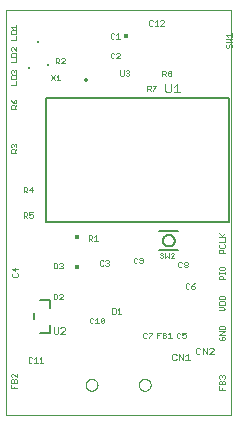
<source format=gto>
G75*
%MOIN*%
%OFA0B0*%
%FSLAX25Y25*%
%IPPOS*%
%LPD*%
%AMOC8*
5,1,8,0,0,1.08239X$1,22.5*
%
%ADD10C,0.00000*%
%ADD11C,0.00200*%
%ADD12C,0.00500*%
%ADD13C,0.00300*%
%ADD14C,0.01378*%
%ADD15R,0.00984X0.00984*%
%ADD16R,0.01575X0.01575*%
D10*
X0035145Y0060631D02*
X0035145Y0195631D01*
X0110145Y0195631D01*
X0110145Y0060631D01*
X0035145Y0060631D01*
X0061817Y0070631D02*
X0061819Y0070719D01*
X0061825Y0070807D01*
X0061835Y0070895D01*
X0061849Y0070983D01*
X0061866Y0071069D01*
X0061888Y0071155D01*
X0061913Y0071239D01*
X0061943Y0071323D01*
X0061975Y0071405D01*
X0062012Y0071485D01*
X0062052Y0071564D01*
X0062096Y0071641D01*
X0062143Y0071716D01*
X0062193Y0071788D01*
X0062247Y0071859D01*
X0062303Y0071926D01*
X0062363Y0071992D01*
X0062425Y0072054D01*
X0062491Y0072114D01*
X0062558Y0072170D01*
X0062629Y0072224D01*
X0062701Y0072274D01*
X0062776Y0072321D01*
X0062853Y0072365D01*
X0062932Y0072405D01*
X0063012Y0072442D01*
X0063094Y0072474D01*
X0063178Y0072504D01*
X0063262Y0072529D01*
X0063348Y0072551D01*
X0063434Y0072568D01*
X0063522Y0072582D01*
X0063610Y0072592D01*
X0063698Y0072598D01*
X0063786Y0072600D01*
X0063874Y0072598D01*
X0063962Y0072592D01*
X0064050Y0072582D01*
X0064138Y0072568D01*
X0064224Y0072551D01*
X0064310Y0072529D01*
X0064394Y0072504D01*
X0064478Y0072474D01*
X0064560Y0072442D01*
X0064640Y0072405D01*
X0064719Y0072365D01*
X0064796Y0072321D01*
X0064871Y0072274D01*
X0064943Y0072224D01*
X0065014Y0072170D01*
X0065081Y0072114D01*
X0065147Y0072054D01*
X0065209Y0071992D01*
X0065269Y0071926D01*
X0065325Y0071859D01*
X0065379Y0071788D01*
X0065429Y0071716D01*
X0065476Y0071641D01*
X0065520Y0071564D01*
X0065560Y0071485D01*
X0065597Y0071405D01*
X0065629Y0071323D01*
X0065659Y0071239D01*
X0065684Y0071155D01*
X0065706Y0071069D01*
X0065723Y0070983D01*
X0065737Y0070895D01*
X0065747Y0070807D01*
X0065753Y0070719D01*
X0065755Y0070631D01*
X0065753Y0070543D01*
X0065747Y0070455D01*
X0065737Y0070367D01*
X0065723Y0070279D01*
X0065706Y0070193D01*
X0065684Y0070107D01*
X0065659Y0070023D01*
X0065629Y0069939D01*
X0065597Y0069857D01*
X0065560Y0069777D01*
X0065520Y0069698D01*
X0065476Y0069621D01*
X0065429Y0069546D01*
X0065379Y0069474D01*
X0065325Y0069403D01*
X0065269Y0069336D01*
X0065209Y0069270D01*
X0065147Y0069208D01*
X0065081Y0069148D01*
X0065014Y0069092D01*
X0064943Y0069038D01*
X0064871Y0068988D01*
X0064796Y0068941D01*
X0064719Y0068897D01*
X0064640Y0068857D01*
X0064560Y0068820D01*
X0064478Y0068788D01*
X0064394Y0068758D01*
X0064310Y0068733D01*
X0064224Y0068711D01*
X0064138Y0068694D01*
X0064050Y0068680D01*
X0063962Y0068670D01*
X0063874Y0068664D01*
X0063786Y0068662D01*
X0063698Y0068664D01*
X0063610Y0068670D01*
X0063522Y0068680D01*
X0063434Y0068694D01*
X0063348Y0068711D01*
X0063262Y0068733D01*
X0063178Y0068758D01*
X0063094Y0068788D01*
X0063012Y0068820D01*
X0062932Y0068857D01*
X0062853Y0068897D01*
X0062776Y0068941D01*
X0062701Y0068988D01*
X0062629Y0069038D01*
X0062558Y0069092D01*
X0062491Y0069148D01*
X0062425Y0069208D01*
X0062363Y0069270D01*
X0062303Y0069336D01*
X0062247Y0069403D01*
X0062193Y0069474D01*
X0062143Y0069546D01*
X0062096Y0069621D01*
X0062052Y0069698D01*
X0062012Y0069777D01*
X0061975Y0069857D01*
X0061943Y0069939D01*
X0061913Y0070023D01*
X0061888Y0070107D01*
X0061866Y0070193D01*
X0061849Y0070279D01*
X0061835Y0070367D01*
X0061825Y0070455D01*
X0061819Y0070543D01*
X0061817Y0070631D01*
X0079534Y0070631D02*
X0079536Y0070719D01*
X0079542Y0070807D01*
X0079552Y0070895D01*
X0079566Y0070983D01*
X0079583Y0071069D01*
X0079605Y0071155D01*
X0079630Y0071239D01*
X0079660Y0071323D01*
X0079692Y0071405D01*
X0079729Y0071485D01*
X0079769Y0071564D01*
X0079813Y0071641D01*
X0079860Y0071716D01*
X0079910Y0071788D01*
X0079964Y0071859D01*
X0080020Y0071926D01*
X0080080Y0071992D01*
X0080142Y0072054D01*
X0080208Y0072114D01*
X0080275Y0072170D01*
X0080346Y0072224D01*
X0080418Y0072274D01*
X0080493Y0072321D01*
X0080570Y0072365D01*
X0080649Y0072405D01*
X0080729Y0072442D01*
X0080811Y0072474D01*
X0080895Y0072504D01*
X0080979Y0072529D01*
X0081065Y0072551D01*
X0081151Y0072568D01*
X0081239Y0072582D01*
X0081327Y0072592D01*
X0081415Y0072598D01*
X0081503Y0072600D01*
X0081591Y0072598D01*
X0081679Y0072592D01*
X0081767Y0072582D01*
X0081855Y0072568D01*
X0081941Y0072551D01*
X0082027Y0072529D01*
X0082111Y0072504D01*
X0082195Y0072474D01*
X0082277Y0072442D01*
X0082357Y0072405D01*
X0082436Y0072365D01*
X0082513Y0072321D01*
X0082588Y0072274D01*
X0082660Y0072224D01*
X0082731Y0072170D01*
X0082798Y0072114D01*
X0082864Y0072054D01*
X0082926Y0071992D01*
X0082986Y0071926D01*
X0083042Y0071859D01*
X0083096Y0071788D01*
X0083146Y0071716D01*
X0083193Y0071641D01*
X0083237Y0071564D01*
X0083277Y0071485D01*
X0083314Y0071405D01*
X0083346Y0071323D01*
X0083376Y0071239D01*
X0083401Y0071155D01*
X0083423Y0071069D01*
X0083440Y0070983D01*
X0083454Y0070895D01*
X0083464Y0070807D01*
X0083470Y0070719D01*
X0083472Y0070631D01*
X0083470Y0070543D01*
X0083464Y0070455D01*
X0083454Y0070367D01*
X0083440Y0070279D01*
X0083423Y0070193D01*
X0083401Y0070107D01*
X0083376Y0070023D01*
X0083346Y0069939D01*
X0083314Y0069857D01*
X0083277Y0069777D01*
X0083237Y0069698D01*
X0083193Y0069621D01*
X0083146Y0069546D01*
X0083096Y0069474D01*
X0083042Y0069403D01*
X0082986Y0069336D01*
X0082926Y0069270D01*
X0082864Y0069208D01*
X0082798Y0069148D01*
X0082731Y0069092D01*
X0082660Y0069038D01*
X0082588Y0068988D01*
X0082513Y0068941D01*
X0082436Y0068897D01*
X0082357Y0068857D01*
X0082277Y0068820D01*
X0082195Y0068788D01*
X0082111Y0068758D01*
X0082027Y0068733D01*
X0081941Y0068711D01*
X0081855Y0068694D01*
X0081767Y0068680D01*
X0081679Y0068670D01*
X0081591Y0068664D01*
X0081503Y0068662D01*
X0081415Y0068664D01*
X0081327Y0068670D01*
X0081239Y0068680D01*
X0081151Y0068694D01*
X0081065Y0068711D01*
X0080979Y0068733D01*
X0080895Y0068758D01*
X0080811Y0068788D01*
X0080729Y0068820D01*
X0080649Y0068857D01*
X0080570Y0068897D01*
X0080493Y0068941D01*
X0080418Y0068988D01*
X0080346Y0069038D01*
X0080275Y0069092D01*
X0080208Y0069148D01*
X0080142Y0069208D01*
X0080080Y0069270D01*
X0080020Y0069336D01*
X0079964Y0069403D01*
X0079910Y0069474D01*
X0079860Y0069546D01*
X0079813Y0069621D01*
X0079769Y0069698D01*
X0079729Y0069777D01*
X0079692Y0069857D01*
X0079660Y0069939D01*
X0079630Y0070023D01*
X0079605Y0070107D01*
X0079583Y0070193D01*
X0079566Y0070279D01*
X0079552Y0070367D01*
X0079542Y0070455D01*
X0079536Y0070543D01*
X0079534Y0070631D01*
D11*
X0081237Y0086231D02*
X0081837Y0086231D01*
X0082137Y0086531D01*
X0082778Y0086531D02*
X0082778Y0086231D01*
X0082778Y0086531D02*
X0083979Y0087732D01*
X0083979Y0088032D01*
X0082778Y0088032D01*
X0082137Y0087732D02*
X0081837Y0088032D01*
X0081237Y0088032D01*
X0080936Y0087732D01*
X0080936Y0086531D01*
X0081237Y0086231D01*
X0085657Y0086231D02*
X0085657Y0088032D01*
X0086858Y0088032D01*
X0087499Y0088032D02*
X0088400Y0088032D01*
X0088700Y0087732D01*
X0088700Y0087432D01*
X0088400Y0087132D01*
X0087499Y0087132D01*
X0087499Y0088032D02*
X0087499Y0086231D01*
X0088400Y0086231D01*
X0088700Y0086531D01*
X0088700Y0086831D01*
X0088400Y0087132D01*
X0089341Y0087432D02*
X0089941Y0088032D01*
X0089941Y0086231D01*
X0089341Y0086231D02*
X0090542Y0086231D01*
X0092186Y0086531D02*
X0092186Y0087732D01*
X0092487Y0088032D01*
X0093087Y0088032D01*
X0093387Y0087732D01*
X0094028Y0088032D02*
X0094028Y0087132D01*
X0094629Y0087432D01*
X0094929Y0087432D01*
X0095229Y0087132D01*
X0095229Y0086531D01*
X0094929Y0086231D01*
X0094328Y0086231D01*
X0094028Y0086531D01*
X0093387Y0086531D02*
X0093087Y0086231D01*
X0092487Y0086231D01*
X0092186Y0086531D01*
X0094028Y0088032D02*
X0095229Y0088032D01*
X0095807Y0080962D02*
X0095073Y0080228D01*
X0095807Y0080962D02*
X0095807Y0078760D01*
X0095073Y0078760D02*
X0096541Y0078760D01*
X0094331Y0078760D02*
X0094331Y0080962D01*
X0092863Y0080962D02*
X0092863Y0078760D01*
X0092121Y0079127D02*
X0091754Y0078760D01*
X0091020Y0078760D01*
X0090653Y0079127D01*
X0090653Y0080595D01*
X0091020Y0080962D01*
X0091754Y0080962D01*
X0092121Y0080595D01*
X0092863Y0080962D02*
X0094331Y0078760D01*
X0086258Y0087132D02*
X0085657Y0087132D01*
X0095457Y0102631D02*
X0096058Y0102631D01*
X0096358Y0102931D01*
X0096999Y0102931D02*
X0097299Y0102631D01*
X0097899Y0102631D01*
X0098200Y0102931D01*
X0098200Y0103231D01*
X0097899Y0103532D01*
X0096999Y0103532D01*
X0096999Y0102931D01*
X0096999Y0103532D02*
X0097599Y0104132D01*
X0098200Y0104432D01*
X0096358Y0104132D02*
X0096058Y0104432D01*
X0095457Y0104432D01*
X0095157Y0104132D01*
X0095157Y0102931D01*
X0095457Y0102631D01*
X0095487Y0109793D02*
X0094886Y0109793D01*
X0094586Y0110094D01*
X0094586Y0110394D01*
X0094886Y0110694D01*
X0095487Y0110694D01*
X0095787Y0110394D01*
X0095787Y0110094D01*
X0095487Y0109793D01*
X0095487Y0110694D02*
X0095787Y0110994D01*
X0095787Y0111295D01*
X0095487Y0111595D01*
X0094886Y0111595D01*
X0094586Y0111295D01*
X0094586Y0110994D01*
X0094886Y0110694D01*
X0093946Y0110094D02*
X0093645Y0109793D01*
X0093045Y0109793D01*
X0092745Y0110094D01*
X0092745Y0111295D01*
X0093045Y0111595D01*
X0093645Y0111595D01*
X0093946Y0111295D01*
X0091379Y0112918D02*
X0090178Y0112918D01*
X0091379Y0114119D01*
X0091379Y0114420D01*
X0091078Y0114720D01*
X0090478Y0114720D01*
X0090178Y0114420D01*
X0089537Y0114720D02*
X0089537Y0112918D01*
X0088937Y0113519D01*
X0088336Y0112918D01*
X0088336Y0114720D01*
X0087696Y0114420D02*
X0087395Y0114720D01*
X0086795Y0114720D01*
X0086495Y0114420D01*
X0086495Y0114119D01*
X0086795Y0113819D01*
X0087395Y0113819D01*
X0087696Y0113519D01*
X0087696Y0113219D01*
X0087395Y0112918D01*
X0086795Y0112918D01*
X0086495Y0113219D01*
X0080854Y0112732D02*
X0080554Y0113032D01*
X0079953Y0113032D01*
X0079653Y0112732D01*
X0079653Y0112432D01*
X0079953Y0112132D01*
X0080854Y0112132D01*
X0080854Y0112732D02*
X0080854Y0111531D01*
X0080554Y0111231D01*
X0079953Y0111231D01*
X0079653Y0111531D01*
X0079012Y0111531D02*
X0078712Y0111231D01*
X0078112Y0111231D01*
X0077811Y0111531D01*
X0077811Y0112732D01*
X0078112Y0113032D01*
X0078712Y0113032D01*
X0079012Y0112732D01*
X0069579Y0111820D02*
X0069579Y0111519D01*
X0069279Y0111219D01*
X0069579Y0110919D01*
X0069579Y0110619D01*
X0069279Y0110318D01*
X0068678Y0110318D01*
X0068378Y0110619D01*
X0067737Y0110619D02*
X0067437Y0110318D01*
X0066837Y0110318D01*
X0066536Y0110619D01*
X0066536Y0111820D01*
X0066837Y0112120D01*
X0067437Y0112120D01*
X0067737Y0111820D01*
X0068378Y0111820D02*
X0068678Y0112120D01*
X0069279Y0112120D01*
X0069579Y0111820D01*
X0069279Y0111219D02*
X0068979Y0111219D01*
X0065854Y0118731D02*
X0064653Y0118731D01*
X0065254Y0118731D02*
X0065254Y0120532D01*
X0064653Y0119932D01*
X0064012Y0120232D02*
X0064012Y0119632D01*
X0063712Y0119331D01*
X0062811Y0119331D01*
X0062811Y0118731D02*
X0062811Y0120532D01*
X0063712Y0120532D01*
X0064012Y0120232D01*
X0063412Y0119331D02*
X0064012Y0118731D01*
X0054176Y0110951D02*
X0054176Y0110650D01*
X0053876Y0110350D01*
X0054176Y0110050D01*
X0054176Y0109750D01*
X0053876Y0109449D01*
X0053275Y0109449D01*
X0052975Y0109750D01*
X0052334Y0109750D02*
X0052334Y0110951D01*
X0052034Y0111251D01*
X0051133Y0111251D01*
X0051133Y0109449D01*
X0052034Y0109449D01*
X0052334Y0109750D01*
X0052975Y0110951D02*
X0053275Y0111251D01*
X0053876Y0111251D01*
X0054176Y0110951D01*
X0053876Y0110350D02*
X0053575Y0110350D01*
X0053275Y0100938D02*
X0052975Y0100638D01*
X0053275Y0100938D02*
X0053876Y0100938D01*
X0054176Y0100638D01*
X0054176Y0100338D01*
X0052975Y0099137D01*
X0054176Y0099137D01*
X0052334Y0099437D02*
X0052334Y0100638D01*
X0052034Y0100938D01*
X0051133Y0100938D01*
X0051133Y0099137D01*
X0052034Y0099137D01*
X0052334Y0099437D01*
X0052650Y0089808D02*
X0052650Y0087973D01*
X0052283Y0087606D01*
X0051549Y0087606D01*
X0051182Y0087973D01*
X0051182Y0089808D01*
X0053392Y0089441D02*
X0053759Y0089808D01*
X0054493Y0089808D01*
X0054860Y0089441D01*
X0054860Y0089074D01*
X0053392Y0087606D01*
X0054860Y0087606D01*
X0047642Y0078006D02*
X0046441Y0078006D01*
X0047041Y0078006D02*
X0047041Y0079807D01*
X0046441Y0079207D01*
X0045800Y0078006D02*
X0044599Y0078006D01*
X0045199Y0078006D02*
X0045199Y0079807D01*
X0044599Y0079207D01*
X0043958Y0079507D02*
X0043658Y0079807D01*
X0043058Y0079807D01*
X0042757Y0079507D01*
X0042757Y0078306D01*
X0043058Y0078006D01*
X0043658Y0078006D01*
X0043958Y0078306D01*
X0038857Y0074365D02*
X0038857Y0073164D01*
X0037656Y0074365D01*
X0037356Y0074365D01*
X0037056Y0074065D01*
X0037056Y0073464D01*
X0037356Y0073164D01*
X0037356Y0072523D02*
X0037656Y0072523D01*
X0037956Y0072223D01*
X0037956Y0071322D01*
X0037056Y0071322D02*
X0038857Y0071322D01*
X0038857Y0072223D01*
X0038557Y0072523D01*
X0038257Y0072523D01*
X0037956Y0072223D01*
X0037356Y0072523D02*
X0037056Y0072223D01*
X0037056Y0071322D01*
X0037056Y0070682D02*
X0037056Y0069481D01*
X0038857Y0069481D01*
X0037956Y0069481D02*
X0037956Y0070081D01*
X0037631Y0106668D02*
X0038832Y0106668D01*
X0039132Y0106969D01*
X0039132Y0107569D01*
X0038832Y0107869D01*
X0038231Y0108510D02*
X0038231Y0109711D01*
X0037331Y0109411D02*
X0038231Y0108510D01*
X0037631Y0107869D02*
X0037331Y0107569D01*
X0037331Y0106969D01*
X0037631Y0106668D01*
X0037331Y0109411D02*
X0039132Y0109411D01*
X0041120Y0126356D02*
X0041120Y0128157D01*
X0042020Y0128157D01*
X0042321Y0127857D01*
X0042321Y0127257D01*
X0042020Y0126956D01*
X0041120Y0126956D01*
X0041720Y0126956D02*
X0042321Y0126356D01*
X0042961Y0126656D02*
X0043261Y0126356D01*
X0043862Y0126356D01*
X0044162Y0126656D01*
X0044162Y0127257D01*
X0043862Y0127557D01*
X0043562Y0127557D01*
X0042961Y0127257D01*
X0042961Y0128157D01*
X0044162Y0128157D01*
X0043862Y0134793D02*
X0043862Y0136595D01*
X0042961Y0135694D01*
X0044162Y0135694D01*
X0042321Y0135694D02*
X0042020Y0135394D01*
X0041120Y0135394D01*
X0041720Y0135394D02*
X0042321Y0134793D01*
X0042321Y0135694D02*
X0042321Y0136295D01*
X0042020Y0136595D01*
X0041120Y0136595D01*
X0041120Y0134793D01*
X0038732Y0147918D02*
X0036931Y0147918D01*
X0036931Y0148819D01*
X0037231Y0149119D01*
X0037831Y0149119D01*
X0038132Y0148819D01*
X0038132Y0147918D01*
X0038132Y0148519D02*
X0038732Y0149119D01*
X0038432Y0149760D02*
X0038732Y0150060D01*
X0038732Y0150661D01*
X0038432Y0150961D01*
X0038132Y0150961D01*
X0037831Y0150661D01*
X0037831Y0150360D01*
X0037831Y0150661D02*
X0037531Y0150961D01*
X0037231Y0150961D01*
X0036931Y0150661D01*
X0036931Y0150060D01*
X0037231Y0149760D01*
X0036931Y0162606D02*
X0036931Y0163507D01*
X0037231Y0163807D01*
X0037831Y0163807D01*
X0038132Y0163507D01*
X0038132Y0162606D01*
X0038732Y0162606D02*
X0036931Y0162606D01*
X0038132Y0163206D02*
X0038732Y0163807D01*
X0038432Y0164447D02*
X0038732Y0164748D01*
X0038732Y0165348D01*
X0038432Y0165648D01*
X0038132Y0165648D01*
X0037831Y0165348D01*
X0037831Y0164447D01*
X0038432Y0164447D01*
X0037831Y0164447D02*
X0037231Y0165048D01*
X0036931Y0165648D01*
X0036931Y0170731D02*
X0038732Y0170731D01*
X0038732Y0171932D01*
X0038732Y0172572D02*
X0038732Y0173473D01*
X0038432Y0173773D01*
X0037231Y0173773D01*
X0036931Y0173473D01*
X0036931Y0172572D01*
X0038732Y0172572D01*
X0038432Y0174414D02*
X0038732Y0174714D01*
X0038732Y0175315D01*
X0038432Y0175615D01*
X0038132Y0175615D01*
X0037831Y0175315D01*
X0037831Y0175015D01*
X0037831Y0175315D02*
X0037531Y0175615D01*
X0037231Y0175615D01*
X0036931Y0175315D01*
X0036931Y0174714D01*
X0037231Y0174414D01*
X0036931Y0178231D02*
X0038732Y0178231D01*
X0038732Y0179432D01*
X0038732Y0180072D02*
X0038732Y0180973D01*
X0038432Y0181273D01*
X0037231Y0181273D01*
X0036931Y0180973D01*
X0036931Y0180072D01*
X0038732Y0180072D01*
X0038732Y0181914D02*
X0037531Y0183115D01*
X0037231Y0183115D01*
X0036931Y0182815D01*
X0036931Y0182214D01*
X0037231Y0181914D01*
X0038732Y0181914D02*
X0038732Y0183115D01*
X0038732Y0185731D02*
X0036931Y0185731D01*
X0038732Y0185731D02*
X0038732Y0186932D01*
X0038732Y0187572D02*
X0038732Y0188473D01*
X0038432Y0188773D01*
X0037231Y0188773D01*
X0036931Y0188473D01*
X0036931Y0187572D01*
X0038732Y0187572D01*
X0038732Y0189414D02*
X0038732Y0190615D01*
X0038732Y0190015D02*
X0036931Y0190015D01*
X0037531Y0189414D01*
X0050249Y0173970D02*
X0051450Y0172168D01*
X0052091Y0172168D02*
X0053292Y0172168D01*
X0052691Y0172168D02*
X0052691Y0173970D01*
X0052091Y0173369D01*
X0051450Y0173970D02*
X0050249Y0172168D01*
X0051811Y0177793D02*
X0051811Y0179595D01*
X0052712Y0179595D01*
X0053012Y0179295D01*
X0053012Y0178694D01*
X0052712Y0178394D01*
X0051811Y0178394D01*
X0052412Y0178394D02*
X0053012Y0177793D01*
X0053653Y0177793D02*
X0054854Y0178994D01*
X0054854Y0179295D01*
X0054554Y0179595D01*
X0053953Y0179595D01*
X0053653Y0179295D01*
X0053653Y0177793D02*
X0054854Y0177793D01*
X0070157Y0179806D02*
X0070457Y0179506D01*
X0071058Y0179506D01*
X0071358Y0179806D01*
X0071999Y0179506D02*
X0073200Y0180707D01*
X0073200Y0181007D01*
X0072899Y0181307D01*
X0072299Y0181307D01*
X0071999Y0181007D01*
X0071358Y0181007D02*
X0071058Y0181307D01*
X0070457Y0181307D01*
X0070157Y0181007D01*
X0070157Y0179806D01*
X0071999Y0179506D02*
X0073200Y0179506D01*
X0073304Y0175469D02*
X0073304Y0173968D01*
X0073604Y0173668D01*
X0074205Y0173668D01*
X0074505Y0173968D01*
X0074505Y0175469D01*
X0075146Y0175169D02*
X0075446Y0175469D01*
X0076046Y0175469D01*
X0076347Y0175169D01*
X0076347Y0174869D01*
X0076046Y0174569D01*
X0076347Y0174268D01*
X0076347Y0173968D01*
X0076046Y0173668D01*
X0075446Y0173668D01*
X0075146Y0173968D01*
X0075746Y0174569D02*
X0076046Y0174569D01*
X0082370Y0170407D02*
X0083270Y0170407D01*
X0083571Y0170107D01*
X0083571Y0169507D01*
X0083270Y0169206D01*
X0082370Y0169206D01*
X0082970Y0169206D02*
X0083571Y0168606D01*
X0084211Y0168606D02*
X0084211Y0168906D01*
X0085412Y0170107D01*
X0085412Y0170407D01*
X0084211Y0170407D01*
X0082370Y0170407D02*
X0082370Y0168606D01*
X0087370Y0173543D02*
X0087370Y0175345D01*
X0088270Y0175345D01*
X0088571Y0175045D01*
X0088571Y0174444D01*
X0088270Y0174144D01*
X0087370Y0174144D01*
X0087970Y0174144D02*
X0088571Y0173543D01*
X0089211Y0173844D02*
X0089211Y0174144D01*
X0089511Y0174444D01*
X0090112Y0174444D01*
X0090412Y0174144D01*
X0090412Y0173844D01*
X0090112Y0173543D01*
X0089511Y0173543D01*
X0089211Y0173844D01*
X0089511Y0174444D02*
X0089211Y0174744D01*
X0089211Y0175045D01*
X0089511Y0175345D01*
X0090112Y0175345D01*
X0090412Y0175045D01*
X0090412Y0174744D01*
X0090112Y0174444D01*
X0087879Y0190418D02*
X0086678Y0190418D01*
X0087879Y0191619D01*
X0087879Y0191920D01*
X0087578Y0192220D01*
X0086978Y0192220D01*
X0086678Y0191920D01*
X0085437Y0192220D02*
X0085437Y0190418D01*
X0086037Y0190418D02*
X0084836Y0190418D01*
X0084196Y0190719D02*
X0083895Y0190418D01*
X0083295Y0190418D01*
X0082995Y0190719D01*
X0082995Y0191920D01*
X0083295Y0192220D01*
X0083895Y0192220D01*
X0084196Y0191920D01*
X0084836Y0191619D02*
X0085437Y0192220D01*
X0073200Y0186068D02*
X0071999Y0186068D01*
X0072599Y0186068D02*
X0072599Y0187870D01*
X0071999Y0187269D01*
X0071358Y0187570D02*
X0071058Y0187870D01*
X0070457Y0187870D01*
X0070157Y0187570D01*
X0070157Y0186369D01*
X0070457Y0186068D01*
X0071058Y0186068D01*
X0071358Y0186369D01*
X0108744Y0186061D02*
X0110545Y0186061D01*
X0109945Y0185461D01*
X0110545Y0184860D01*
X0108744Y0184860D01*
X0109044Y0184220D02*
X0108744Y0183919D01*
X0108744Y0183319D01*
X0109044Y0183019D01*
X0109344Y0183019D01*
X0109644Y0183319D01*
X0109644Y0183919D01*
X0109945Y0184220D01*
X0110245Y0184220D01*
X0110545Y0183919D01*
X0110545Y0183319D01*
X0110245Y0183019D01*
X0110545Y0186702D02*
X0110545Y0187903D01*
X0110545Y0187302D02*
X0108744Y0187302D01*
X0109344Y0186702D01*
X0108107Y0121273D02*
X0107206Y0120373D01*
X0107507Y0120072D02*
X0106306Y0121273D01*
X0106306Y0120072D02*
X0108107Y0120072D01*
X0108107Y0119432D02*
X0108107Y0118231D01*
X0106306Y0118231D01*
X0106606Y0117590D02*
X0106306Y0117290D01*
X0106306Y0116690D01*
X0106606Y0116389D01*
X0107807Y0116389D01*
X0108107Y0116690D01*
X0108107Y0117290D01*
X0107807Y0117590D01*
X0107206Y0115749D02*
X0107507Y0115449D01*
X0107507Y0114548D01*
X0108107Y0114548D02*
X0106306Y0114548D01*
X0106306Y0115449D01*
X0106606Y0115749D01*
X0107206Y0115749D01*
X0106606Y0110046D02*
X0106306Y0109746D01*
X0106306Y0109145D01*
X0106606Y0108845D01*
X0107807Y0108845D01*
X0108107Y0109145D01*
X0108107Y0109746D01*
X0107807Y0110046D01*
X0106606Y0110046D01*
X0106306Y0108218D02*
X0106306Y0107617D01*
X0106306Y0107917D02*
X0108107Y0107917D01*
X0108107Y0107617D02*
X0108107Y0108218D01*
X0107206Y0106977D02*
X0107507Y0106676D01*
X0107507Y0105775D01*
X0108107Y0105775D02*
X0106306Y0105775D01*
X0106306Y0106676D01*
X0106606Y0106977D01*
X0107206Y0106977D01*
X0106606Y0100353D02*
X0106306Y0100052D01*
X0106306Y0099152D01*
X0108107Y0099152D01*
X0108107Y0100052D01*
X0107807Y0100353D01*
X0106606Y0100353D01*
X0106606Y0098511D02*
X0106306Y0098211D01*
X0106306Y0097310D01*
X0108107Y0097310D01*
X0108107Y0098211D01*
X0107807Y0098511D01*
X0106606Y0098511D01*
X0106306Y0096670D02*
X0107507Y0096670D01*
X0108107Y0096069D01*
X0107507Y0095469D01*
X0106306Y0095469D01*
X0106606Y0090353D02*
X0106306Y0090052D01*
X0106306Y0089152D01*
X0108107Y0089152D01*
X0108107Y0090052D01*
X0107807Y0090353D01*
X0106606Y0090353D01*
X0106306Y0088511D02*
X0108107Y0088511D01*
X0106306Y0087310D01*
X0108107Y0087310D01*
X0107807Y0086670D02*
X0107206Y0086670D01*
X0107206Y0086069D01*
X0106606Y0085469D02*
X0107807Y0085469D01*
X0108107Y0085769D01*
X0108107Y0086369D01*
X0107807Y0086670D01*
X0106606Y0086670D02*
X0106306Y0086369D01*
X0106306Y0085769D01*
X0106606Y0085469D01*
X0106668Y0073840D02*
X0106969Y0073840D01*
X0107269Y0073540D01*
X0107569Y0073840D01*
X0107869Y0073840D01*
X0108170Y0073540D01*
X0108170Y0072940D01*
X0107869Y0072639D01*
X0107869Y0071999D02*
X0108170Y0071699D01*
X0108170Y0070798D01*
X0106368Y0070798D01*
X0106368Y0071699D01*
X0106668Y0071999D01*
X0106969Y0071999D01*
X0107269Y0071699D01*
X0107269Y0070798D01*
X0107269Y0071699D02*
X0107569Y0071999D01*
X0107869Y0071999D01*
X0106668Y0072639D02*
X0106368Y0072940D01*
X0106368Y0073540D01*
X0106668Y0073840D01*
X0107269Y0073540D02*
X0107269Y0073240D01*
X0106368Y0070157D02*
X0106368Y0068956D01*
X0108170Y0068956D01*
X0107269Y0068956D02*
X0107269Y0069557D01*
X0073667Y0094356D02*
X0072466Y0094356D01*
X0073066Y0094356D02*
X0073066Y0096157D01*
X0072466Y0095557D01*
X0071825Y0095857D02*
X0071525Y0096157D01*
X0070624Y0096157D01*
X0070624Y0094356D01*
X0071525Y0094356D01*
X0071825Y0094656D01*
X0071825Y0095857D01*
X0068029Y0092632D02*
X0068029Y0091431D01*
X0067728Y0091131D01*
X0067128Y0091131D01*
X0066828Y0091431D01*
X0068029Y0092632D01*
X0067728Y0092932D01*
X0067128Y0092932D01*
X0066828Y0092632D01*
X0066828Y0091431D01*
X0066187Y0091131D02*
X0064986Y0091131D01*
X0065587Y0091131D02*
X0065587Y0092932D01*
X0064986Y0092332D01*
X0064346Y0092632D02*
X0064045Y0092932D01*
X0063445Y0092932D01*
X0063145Y0092632D01*
X0063145Y0091431D01*
X0063445Y0091131D01*
X0064045Y0091131D01*
X0064346Y0091431D01*
D12*
X0049931Y0090687D02*
X0049931Y0087833D01*
X0046545Y0087833D01*
X0044734Y0092459D02*
X0044734Y0094428D01*
X0046545Y0099054D02*
X0049931Y0099054D01*
X0049931Y0096199D01*
X0048633Y0124962D02*
X0048633Y0166300D01*
X0109656Y0166300D01*
X0109656Y0124962D01*
X0048633Y0124962D01*
X0086370Y0121906D02*
X0092669Y0121906D01*
X0087551Y0118756D02*
X0087553Y0118844D01*
X0087559Y0118932D01*
X0087569Y0119020D01*
X0087583Y0119108D01*
X0087600Y0119194D01*
X0087622Y0119280D01*
X0087647Y0119364D01*
X0087677Y0119448D01*
X0087709Y0119530D01*
X0087746Y0119610D01*
X0087786Y0119689D01*
X0087830Y0119766D01*
X0087877Y0119841D01*
X0087927Y0119913D01*
X0087981Y0119984D01*
X0088037Y0120051D01*
X0088097Y0120117D01*
X0088159Y0120179D01*
X0088225Y0120239D01*
X0088292Y0120295D01*
X0088363Y0120349D01*
X0088435Y0120399D01*
X0088510Y0120446D01*
X0088587Y0120490D01*
X0088666Y0120530D01*
X0088746Y0120567D01*
X0088828Y0120599D01*
X0088912Y0120629D01*
X0088996Y0120654D01*
X0089082Y0120676D01*
X0089168Y0120693D01*
X0089256Y0120707D01*
X0089344Y0120717D01*
X0089432Y0120723D01*
X0089520Y0120725D01*
X0089608Y0120723D01*
X0089696Y0120717D01*
X0089784Y0120707D01*
X0089872Y0120693D01*
X0089958Y0120676D01*
X0090044Y0120654D01*
X0090128Y0120629D01*
X0090212Y0120599D01*
X0090294Y0120567D01*
X0090374Y0120530D01*
X0090453Y0120490D01*
X0090530Y0120446D01*
X0090605Y0120399D01*
X0090677Y0120349D01*
X0090748Y0120295D01*
X0090815Y0120239D01*
X0090881Y0120179D01*
X0090943Y0120117D01*
X0091003Y0120051D01*
X0091059Y0119984D01*
X0091113Y0119913D01*
X0091163Y0119841D01*
X0091210Y0119766D01*
X0091254Y0119689D01*
X0091294Y0119610D01*
X0091331Y0119530D01*
X0091363Y0119448D01*
X0091393Y0119364D01*
X0091418Y0119280D01*
X0091440Y0119194D01*
X0091457Y0119108D01*
X0091471Y0119020D01*
X0091481Y0118932D01*
X0091487Y0118844D01*
X0091489Y0118756D01*
X0091487Y0118668D01*
X0091481Y0118580D01*
X0091471Y0118492D01*
X0091457Y0118404D01*
X0091440Y0118318D01*
X0091418Y0118232D01*
X0091393Y0118148D01*
X0091363Y0118064D01*
X0091331Y0117982D01*
X0091294Y0117902D01*
X0091254Y0117823D01*
X0091210Y0117746D01*
X0091163Y0117671D01*
X0091113Y0117599D01*
X0091059Y0117528D01*
X0091003Y0117461D01*
X0090943Y0117395D01*
X0090881Y0117333D01*
X0090815Y0117273D01*
X0090748Y0117217D01*
X0090677Y0117163D01*
X0090605Y0117113D01*
X0090530Y0117066D01*
X0090453Y0117022D01*
X0090374Y0116982D01*
X0090294Y0116945D01*
X0090212Y0116913D01*
X0090128Y0116883D01*
X0090044Y0116858D01*
X0089958Y0116836D01*
X0089872Y0116819D01*
X0089784Y0116805D01*
X0089696Y0116795D01*
X0089608Y0116789D01*
X0089520Y0116787D01*
X0089432Y0116789D01*
X0089344Y0116795D01*
X0089256Y0116805D01*
X0089168Y0116819D01*
X0089082Y0116836D01*
X0088996Y0116858D01*
X0088912Y0116883D01*
X0088828Y0116913D01*
X0088746Y0116945D01*
X0088666Y0116982D01*
X0088587Y0117022D01*
X0088510Y0117066D01*
X0088435Y0117113D01*
X0088363Y0117163D01*
X0088292Y0117217D01*
X0088225Y0117273D01*
X0088159Y0117333D01*
X0088097Y0117395D01*
X0088037Y0117461D01*
X0087981Y0117528D01*
X0087927Y0117599D01*
X0087877Y0117671D01*
X0087830Y0117746D01*
X0087786Y0117823D01*
X0087746Y0117902D01*
X0087709Y0117982D01*
X0087677Y0118064D01*
X0087647Y0118148D01*
X0087622Y0118232D01*
X0087600Y0118318D01*
X0087583Y0118404D01*
X0087569Y0118492D01*
X0087559Y0118580D01*
X0087553Y0118668D01*
X0087551Y0118756D01*
X0086370Y0115606D02*
X0092669Y0115606D01*
D13*
X0098953Y0082983D02*
X0098602Y0082632D01*
X0098602Y0081231D01*
X0098953Y0080881D01*
X0099653Y0080881D01*
X0100004Y0081231D01*
X0100812Y0080881D02*
X0100812Y0082983D01*
X0102213Y0080881D01*
X0102213Y0082983D01*
X0103022Y0082632D02*
X0103372Y0082983D01*
X0104073Y0082983D01*
X0104423Y0082632D01*
X0104423Y0082282D01*
X0103022Y0080881D01*
X0104423Y0080881D01*
X0100004Y0082632D02*
X0099653Y0082983D01*
X0098953Y0082983D01*
X0093216Y0168091D02*
X0091281Y0168091D01*
X0092249Y0168091D02*
X0092249Y0170994D01*
X0091281Y0170026D01*
X0090270Y0170994D02*
X0090270Y0168575D01*
X0089786Y0168091D01*
X0088819Y0168091D01*
X0088335Y0168575D01*
X0088335Y0170994D01*
D14*
X0061957Y0172193D03*
D15*
X0049277Y0177193D03*
X0045887Y0185006D03*
X0043027Y0176256D03*
D16*
X0075120Y0186911D03*
X0059013Y0120043D03*
X0059013Y0110043D03*
M02*

</source>
